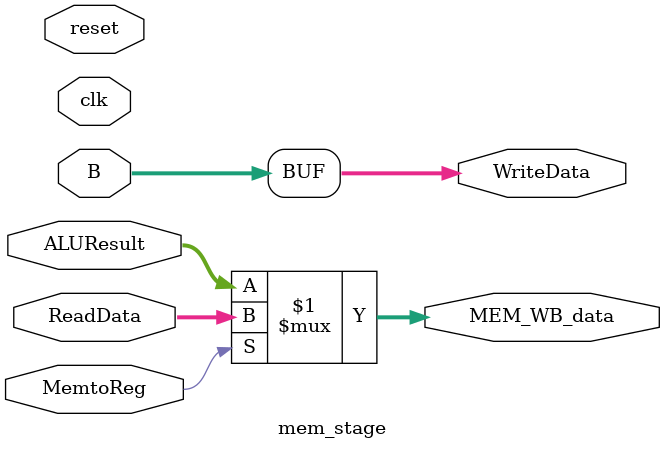
<source format=v>
module mem_stage (
    input wire clk,
    input wire reset,
    input wire [31:0] ALUResult,
    input wire [31:0] B,
    input wire MemtoReg,
    input wire [31:0] ReadData,
    output wire [31:0] WriteData,
    output wire [31:0] MEM_WB_data
);
    // Asignación de datos para escritura
    assign WriteData = B;

    // Selección de datos para escribir en el siguiente registro intermedio
    assign MEM_WB_data = (MemtoReg) ? ReadData : ALUResult;
endmodule

</source>
